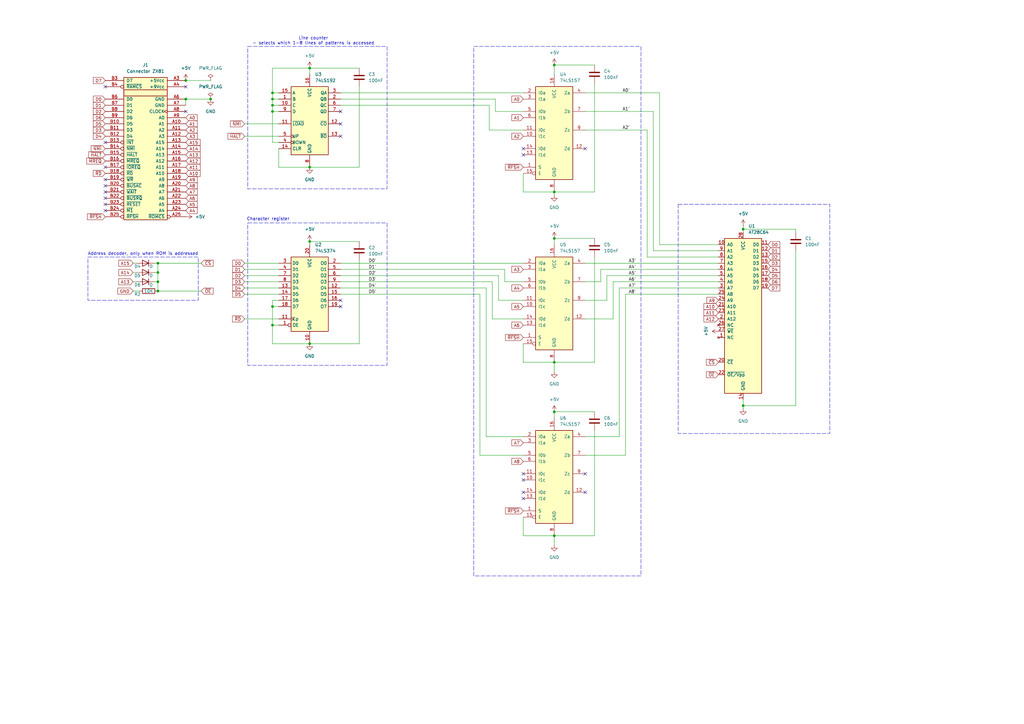
<source format=kicad_sch>
(kicad_sch (version 20231120) (generator "eeschema") (generator_version "8.0")
  (paper "A3")
  (lib_symbols
    (symbol "74xx:74LS157" (pin_names (offset 1.016))
      (property "Reference" "U" (at -7.62 19.05 0))
      (property "Value" "74LS157" (at -7.62 -21.59 0))
      (symbol "74LS157_1_0"
        (pin input line (at -12.7 -15.24 0) (length 5.08) (name "S") (number "1"))
        (pin input line (at -12.7 -2.54 0) (length 5.08) (name "I1c") (number "10"))
        (pin input line (at -12.7 0 0) (length 5.08) (name "I0c") (number "11"))
        (pin output line (at 12.7 -7.62 180) (length 5.08) (name "Zd") (number "12"))
        (pin input line (at -12.7 -10.16 0) (length 5.08) (name "I1d") (number "13"))
        (pin input line (at -12.7 -7.62 0) (length 5.08) (name "I0d") (number "14"))
        (pin input inverted (at -12.7 -17.78 0) (length 5.08) (name "E") (number "15"))
        (pin power_in line (at 0 22.86 270) (length 5.08) (name "VCC") (number "16"))
        (pin input line (at -12.7 15.24 0) (length 5.08) (name "I0a") (number "2"))
        (pin input line (at -12.7 12.7 0) (length 5.08) (name "I1a") (number "3"))
        (pin output line (at 12.7 15.24 180) (length 5.08) (name "Za") (number "4"))
        (pin input line (at -12.7 7.62 0) (length 5.08) (name "I0b") (number "5"))
        (pin input line (at -12.7 5.08 0) (length 5.08) (name "I1b") (number "6"))
        (pin output line (at 12.7 7.62 180) (length 5.08) (name "Zb") (number "7"))
        (pin power_in line (at 0 -25.4 90) (length 5.08) (name "GND") (number "8"))
        (pin output line (at 12.7 0 180) (length 5.08) (name "Zc") (number "9"))
      )
      (symbol "74LS157_1_1"
        (rectangle (start -7.62 17.78) (end 7.62 -20.32) (stroke (width 0.254)) (fill (type background)))
      )
    )
    (symbol "74xx:74LS192"
      (property "Reference" "U" (at -7.62 13.97 0))
      (property "Value" "74LS192" (at 5.08 13.97 0))
      (symbol "74LS192_1_0"
        (pin input line (at -12.7 7.62 0) (length 5.08) (name "B") (number "1"))
        (pin input line (at -12.7 5.08 0) (length 5.08) (name "C") (number "10"))
        (pin input line (at -12.7 -2.54 0) (length 5.08) (name "~{LOAD}") (number "11"))
        (pin output line (at 12.7 -2.54 180) (length 5.08) (name "~{CO}") (number "12"))
        (pin output line (at 12.7 -7.62 180) (length 5.08) (name "~{BO}") (number "13"))
        (pin input line (at -12.7 -12.7 0) (length 5.08) (name "CLR") (number "14"))
        (pin input line (at -12.7 10.16 0) (length 5.08) (name "A") (number "15"))
        (pin power_in line (at 0 17.78 270) (length 5.08) (name "VCC") (number "16"))
        (pin output line (at 12.7 7.62 180) (length 5.08) (name "QB") (number "2"))
        (pin output line (at 12.7 10.16 180) (length 5.08) (name "QA") (number "3"))
        (pin input clock (at -12.7 -10.16 0) (length 5.08) (name "DOWN") (number "4"))
        (pin input clock (at -12.7 -7.62 0) (length 5.08) (name "UP") (number "5"))
        (pin output line (at 12.7 5.08 180) (length 5.08) (name "QC") (number "6"))
        (pin output line (at 12.7 2.54 180) (length 5.08) (name "QD") (number "7"))
        (pin power_in line (at 0 -20.32 90) (length 5.08) (name "GND") (number "8"))
        (pin input line (at -12.7 2.54 0) (length 5.08) (name "D") (number "9"))
      )
      (symbol "74LS192_1_1"
        (rectangle (start -7.62 12.7) (end 7.62 -15.24) (stroke (width 0.254)) (fill (type background)))
      )
    )
    (symbol "74xx:74LS374"
      (property "Reference" "U" (at -7.62 16.51 0))
      (property "Value" "74LS374" (at -7.62 -16.51 0))
      (symbol "74LS374_1_0"
        (pin input inverted (at -12.7 -12.7 0) (length 5.08) (name "OE") (number "1"))
        (pin power_in line (at 0 -20.32 90) (length 5.08) (name "GND") (number "10"))
        (pin input clock (at -12.7 -10.16 0) (length 5.08) (name "Cp") (number "11"))
        (pin tri_state line (at 12.7 2.54 180) (length 5.08) (name "O4") (number "12"))
        (pin input line (at -12.7 2.54 0) (length 5.08) (name "D4") (number "13"))
        (pin input line (at -12.7 0 0) (length 5.08) (name "D5") (number "14"))
        (pin tri_state line (at 12.7 0 180) (length 5.08) (name "O5") (number "15"))
        (pin tri_state line (at 12.7 -2.54 180) (length 5.08) (name "O6") (number "16"))
        (pin input line (at -12.7 -2.54 0) (length 5.08) (name "D6") (number "17"))
        (pin input line (at -12.7 -5.08 0) (length 5.08) (name "D7") (number "18"))
        (pin tri_state line (at 12.7 -5.08 180) (length 5.08) (name "O7") (number "19"))
        (pin tri_state line (at 12.7 12.7 180) (length 5.08) (name "O0") (number "2"))
        (pin power_in line (at 0 20.32 270) (length 5.08) (name "VCC") (number "20"))
        (pin input line (at -12.7 12.7 0) (length 5.08) (name "D0") (number "3"))
        (pin input line (at -12.7 10.16 0) (length 5.08) (name "D1") (number "4"))
        (pin tri_state line (at 12.7 10.16 180) (length 5.08) (name "O1") (number "5"))
        (pin tri_state line (at 12.7 7.62 180) (length 5.08) (name "O2") (number "6"))
        (pin input line (at -12.7 7.62 0) (length 5.08) (name "D2") (number "7"))
        (pin input line (at -12.7 5.08 0) (length 5.08) (name "D3") (number "8"))
        (pin tri_state line (at 12.7 5.08 180) (length 5.08) (name "O3") (number "9"))
      )
      (symbol "74LS374_1_1"
        (rectangle (start -7.62 15.24) (end 7.62 -15.24) (stroke (width 0.254)) (fill (type background)))
      )
    )
    (symbol "Device:C" (pin_numbers hide) (pin_names (offset 0.254))
      (property "Reference" "C" (at 0.635 2.54 0))
      (property "Value" "C" (at 0.635 -2.54 0))
      (symbol "C_0_1"
        (polyline (pts (xy -2.032 -0.762) (xy 2.032 -0.762)) (stroke (width 0.508)))
        (polyline (pts (xy -2.032 0.762) (xy 2.032 0.762)) (stroke (width 0.508)))
      )
      (symbol "C_1_1"
        (pin passive line (at 0 3.81 270) (length 2.794) (name "~") (number "1"))
        (pin passive line (at 0 -3.81 90) (length 2.794) (name "~") (number "2"))
      )
    )
    (symbol "Device:D" (pin_numbers hide) (pin_names (offset 1.016) hide)
      (property "Reference" "D" (at 0 2.54 0))
      (property "Value" "D" (at 0 -2.54 0))
      (symbol "D_0_1"
        (polyline (pts (xy -1.27 1.27) (xy -1.27 -1.27)) (stroke (width 0.254)))
        (polyline (pts (xy 1.27 0) (xy -1.27 0)))
        (polyline (pts (xy 1.27 1.27) (xy 1.27 -1.27) (xy -1.27 0) (xy 1.27 1.27)) (stroke (width 0.254)))
      )
      (symbol "D_1_1"
        (pin passive line (at -3.81 0 0) (length 2.54) (name "K") (number "1"))
        (pin passive line (at 3.81 0 180) (length 2.54) (name "A") (number "2"))
      )
    )
    (symbol "Device:R" (pin_numbers hide) (pin_names (offset 0))
      (property "Reference" "R" (at 2.032 0 90))
      (property "Value" "R" (at 0 0 90))
      (symbol "R_0_1"
        (rectangle (start -1.016 -2.54) (end 1.016 2.54) (stroke (width 0.254)))
      )
      (symbol "R_1_1"
        (pin passive line (at 0 3.81 270) (length 1.27) (name "~") (number "1"))
        (pin passive line (at 0 -3.81 90) (length 1.27) (name "~") (number "2"))
      )
    )
    (symbol "ZXINFO_SYMBOL:AT28C64" (pin_names (offset 1.016))
      (property "Reference" "U" (at 6.35 33.02 0))
      (property "Value" "AT28C64" (at 5.08 -33.02 0))
      (symbol "AT28C64_1_1"
        (rectangle (start -7.62 31.75) (end 7.62 -31.75) (stroke (width 0.254)) (fill (type background)))
        (pin no_connect line (at -10.16 -8.89 0) (length 2.54) (name "NC") (number "1"))
        (pin input line (at -10.16 29.21 0) (length 2.54) (name "A0") (number "10"))
        (pin tri_state line (at 10.16 29.21 180) (length 2.54) (name "D0") (number "11"))
        (pin tri_state line (at 10.16 26.67 180) (length 2.54) (name "D1") (number "12"))
        (pin tri_state line (at 10.16 24.13 180) (length 2.54) (name "D2") (number "13"))
        (pin power_in line (at 0 -34.29 90) (length 2.54) (name "GND") (number "14"))
        (pin tri_state line (at 10.16 21.59 180) (length 2.54) (name "D3") (number "15"))
        (pin tri_state line (at 10.16 19.05 180) (length 2.54) (name "D4") (number "16"))
        (pin tri_state line (at 10.16 16.51 180) (length 2.54) (name "D5") (number "17"))
        (pin tri_state line (at 10.16 13.97 180) (length 2.54) (name "D6") (number "18"))
        (pin tri_state line (at 10.16 11.43 180) (length 2.54) (name "D7") (number "19"))
        (pin input line (at -10.16 -1.27 0) (length 2.54) (name "A12") (number "2"))
        (pin input line (at -10.16 -19.05 0) (length 2.54) (name "~{CE}") (number "20"))
        (pin input line (at -10.16 3.81 0) (length 2.54) (name "A10") (number "21"))
        (pin input line (at -10.16 -24.13 0) (length 2.54) (name "~{OE/Vpp}") (number "22"))
        (pin input line (at -10.16 1.27 0) (length 2.54) (name "A11") (number "23"))
        (pin input line (at -10.16 6.35 0) (length 2.54) (name "A9") (number "24"))
        (pin input line (at -10.16 8.89 0) (length 2.54) (name "A8") (number "25"))
        (pin no_connect line (at -10.16 -3.81 0) (length 2.54) (name "NC") (number "26"))
        (pin input line (at -10.16 -6.35 0) (length 2.54) (name "~{WE}") (number "27"))
        (pin power_in line (at 0 34.29 270) (length 2.54) (name "VCC") (number "28"))
        (pin input line (at -10.16 11.43 0) (length 2.54) (name "A7") (number "3"))
        (pin input line (at -10.16 13.97 0) (length 2.54) (name "A6") (number "4"))
        (pin input line (at -10.16 16.51 0) (length 2.54) (name "A5") (number "5"))
        (pin input line (at -10.16 19.05 0) (length 2.54) (name "A4") (number "6"))
        (pin input line (at -10.16 21.59 0) (length 2.54) (name "A3") (number "7"))
        (pin input line (at -10.16 24.13 0) (length 2.54) (name "A2") (number "8"))
        (pin input line (at -10.16 26.67 0) (length 2.54) (name "A1") (number "9"))
      )
    )
    (symbol "ZXINFO_SYMBOL:Connector ZX81" (pin_names (offset 1.016))
      (property "Reference" "J" (at 1.27 36.83 0))
      (property "Value" "Connector ZX81" (at 1.27 -29.972 0))
      (symbol "Connector ZX81_1_1"
        (rectangle (start -8.89 25.4) (end 8.89 22.86) (stroke (width 0.254)))
        (rectangle (start -8.89 30.48) (end 8.89 -27.94) (stroke (width 0.254)) (fill (type background)))
        (pin bidirectional line (at 16.51 11.43 180) (length 7.62) (name "A1") (number "A10"))
        (pin bidirectional line (at 16.51 8.89 180) (length 7.62) (name "A2") (number "A11"))
        (pin bidirectional line (at 16.51 6.35 180) (length 7.62) (name "A3") (number "A12"))
        (pin bidirectional line (at 16.51 3.81 180) (length 7.62) (name "A15") (number "A13"))
        (pin bidirectional line (at 16.51 1.27 180) (length 7.62) (name "A14") (number "A14"))
        (pin bidirectional line (at 16.51 -1.27 180) (length 7.62) (name "A13") (number "A15"))
        (pin bidirectional line (at 16.51 -3.81 180) (length 7.62) (name "A12") (number "A16"))
        (pin bidirectional line (at 16.51 -6.35 180) (length 7.62) (name "A11") (number "A17"))
        (pin bidirectional line (at 16.51 -8.89 180) (length 7.62) (name "A10") (number "A18"))
        (pin bidirectional line (at 16.51 -11.43 180) (length 7.62) (name "A9") (number "A19"))
        (pin bidirectional line (at 16.51 -13.97 180) (length 7.62) (name "A8") (number "A20"))
        (pin bidirectional line (at 16.51 -16.51 180) (length 7.62) (name "A7") (number "A21"))
        (pin bidirectional line (at 16.51 -19.05 180) (length 7.62) (name "A6") (number "A22"))
        (pin bidirectional line (at 16.51 -21.59 180) (length 7.62) (name "A5") (number "A23"))
        (pin bidirectional line (at 16.51 -24.13 180) (length 7.62) (name "A4") (number "A24"))
        (pin bidirectional inverted (at 16.51 -26.67 180) (length 7.62) (name "~{ROMCS}") (number "A25"))
        (pin input line (at 16.51 29.21 180) (length 7.62) (name "+5Vcc") (number "A3"))
        (pin bidirectional line (at 16.51 26.67 180) (length 7.62) (name "+9Vcc") (number "A4"))
        (pin input line (at 16.51 21.59 180) (length 7.62) (name "GND") (number "A6"))
        (pin input line (at 16.51 19.05 180) (length 7.62) (name "GND") (number "A7"))
        (pin bidirectional clock (at 16.51 16.51 180) (length 7.62) (name "CLOCK") (number "A8"))
        (pin bidirectional line (at 16.51 13.97 180) (length 7.62) (name "A0") (number "A9"))
        (pin bidirectional line (at -16.51 11.43 0) (length 7.62) (name "D5") (number "B10"))
        (pin bidirectional line (at -16.51 8.89 0) (length 7.62) (name "D3") (number "B11"))
        (pin bidirectional line (at -16.51 6.35 0) (length 7.62) (name "D4") (number "B12"))
        (pin bidirectional inverted (at -16.51 3.81 0) (length 7.62) (name "~{INT}") (number "B13"))
        (pin bidirectional inverted (at -16.51 1.27 0) (length 7.62) (name "~{NMI}") (number "B14"))
        (pin bidirectional inverted (at -16.51 -1.27 0) (length 7.62) (name "~{HALT}") (number "B15"))
        (pin bidirectional inverted (at -16.51 -3.81 0) (length 7.62) (name "~{MREQ}") (number "B16"))
        (pin bidirectional inverted (at -16.51 -6.35 0) (length 7.62) (name "~{IOREQ}") (number "B17"))
        (pin bidirectional inverted (at -16.51 -8.89 0) (length 7.62) (name "~{RD}") (number "B18"))
        (pin bidirectional inverted (at -16.51 -11.43 0) (length 7.62) (name "~{WR}") (number "B19"))
        (pin bidirectional inverted (at -16.51 -13.97 0) (length 7.62) (name "~{BUSAC}") (number "B20"))
        (pin bidirectional inverted (at -16.51 -16.51 0) (length 7.62) (name "~{WAIT}") (number "B21"))
        (pin bidirectional inverted (at -16.51 -19.05 0) (length 7.62) (name "~{BUSRQ}") (number "B22"))
        (pin bidirectional inverted (at -16.51 -21.59 0) (length 7.62) (name "~{RESET}") (number "B23"))
        (pin bidirectional inverted (at -16.51 -24.13 0) (length 7.62) (name "~{M1}") (number "B24"))
        (pin bidirectional inverted (at -16.51 -26.67 0) (length 7.62) (name "~{RFSH}") (number "B25"))
        (pin bidirectional line (at -16.51 29.21 0) (length 7.62) (name "D7") (number "B3"))
        (pin input inverted (at -16.51 26.67 0) (length 7.62) (name "~{RAMCS}") (number "B4"))
        (pin bidirectional line (at -16.51 21.59 0) (length 7.62) (name "D0") (number "B6"))
        (pin bidirectional line (at -16.51 19.05 0) (length 7.62) (name "D1") (number "B7"))
        (pin bidirectional line (at -16.51 16.51 0) (length 7.62) (name "D2") (number "B8"))
        (pin bidirectional line (at -16.51 13.97 0) (length 7.62) (name "D6") (number "B9"))
      )
    )
    (symbol "power:+5V" (power) (pin_numbers hide) (pin_names (offset 0) hide)
      (property "Value" "+5V" (at 0 3.556 0))
      (symbol "+5V_0_1"
        (polyline (pts (xy -0.762 1.27) (xy 0 2.54)))
        (polyline (pts (xy 0 0) (xy 0 2.54)))
        (polyline (pts (xy 0 2.54) (xy 0.762 1.27)))
      )
      (symbol "+5V_1_1"
        (pin power_in line (at 0 0 90) (length 0) (name "~") (number "1"))
      )
    )
    (symbol "power:GND" (power) (pin_numbers hide) (pin_names (offset 0) hide)
      (property "Value" "GND" (at 0 -3.81 0))
      (symbol "GND_0_1"
        (polyline (pts (xy 0 0) (xy 0 -1.27) (xy 1.27 -1.27) (xy 0 -2.54) (xy -1.27 -1.27) (xy 0 -1.27)))
      )
      (symbol "GND_1_1"
        (pin power_in line (at 0 0 270) (length 0) (name "~") (number "1"))
      )
    )
    (symbol "power:PWR_FLAG" (power) (pin_numbers hide) (pin_names (offset 0) hide)
      (property "Value" "PWR_FLAG" (at 0 3.81 0))
      (symbol "PWR_FLAG_0_0"
        (pin power_out line (at 0 0 90) (length 0) (name "~") (number "1"))
      )
      (symbol "PWR_FLAG_0_1"
        (polyline (pts (xy 0 0) (xy 0 1.27) (xy -1.016 1.905) (xy 0 2.54) (xy 1.016 1.905) (xy 0 1.27)))
      )
    )
  )
  (junction (at 111.76 43.18))
  (junction (at 76.2 40.64))
  (junction (at 227.33 78.74))
  (junction (at 111.76 40.64))
  (junction (at 64.77 119.38))
  (junction (at 86.36 40.64))
  (junction (at 227.33 168.91))
  (junction (at 111.76 45.72))
  (junction (at 127 99.06))
  (junction (at 227.33 148.59))
  (junction (at 111.76 125.73))
  (junction (at 227.33 26.67))
  (junction (at 76.2 33.02))
  (junction (at 227.33 219.71))
  (junction (at 64.77 111.76))
  (junction (at 127 27.94))
  (junction (at 227.33 97.79))
  (junction (at 64.77 107.95))
  (junction (at 304.8 166.37))
  (junction (at 127 140.97))
  (junction (at 111.76 38.1))
  (junction (at 304.8 93.98))
  (junction (at 64.77 115.57))
  (junction (at 111.76 133.35))
  (junction (at 127 68.58))
  (no_connect (at 139.7 123.19))
  (no_connect (at 43.18 86.36))
  (no_connect (at 43.18 73.66))
  (no_connect (at 139.7 50.8))
  (no_connect (at 43.18 35.56))
  (no_connect (at 43.18 81.28))
  (no_connect (at 76.2 45.72))
  (no_connect (at 214.63 60.96))
  (no_connect (at 240.03 60.96))
  (no_connect (at 43.18 68.58))
  (no_connect (at 43.18 78.74))
  (no_connect (at 240.03 201.93))
  (no_connect (at 139.7 125.73))
  (no_connect (at 214.63 63.5))
  (no_connect (at 43.18 58.42))
  (no_connect (at 214.63 194.31))
  (no_connect (at 139.7 55.88))
  (no_connect (at 214.63 196.85))
  (no_connect (at 43.18 76.2))
  (no_connect (at 43.18 83.82))
  (no_connect (at 139.7 45.72))
  (no_connect (at 214.63 201.93))
  (no_connect (at 214.63 204.47))
  (no_connect (at 76.2 35.56))
  (no_connect (at 240.03 194.31))
  (wire (pts (xy 111.76 133.35) (xy 114.3 133.35)))
  (wire (pts (xy 240.03 115.57) (xy 246.38 115.57)))
  (wire (pts (xy 240.03 123.19) (xy 248.92 123.19)))
  (wire (pts (xy 111.76 45.72) (xy 114.3 45.72)))
  (wire (pts (xy 251.46 115.57) (xy 251.46 130.81)))
  (wire (pts (xy 227.33 97.79) (xy 227.33 100.33)))
  (wire (pts (xy 111.76 40.64) (xy 114.3 40.64)))
  (wire (pts (xy 111.76 125.73) (xy 114.3 125.73)))
  (wire (pts (xy 64.77 107.95) (xy 82.55 107.95)))
  (wire (pts (xy 111.76 125.73) (xy 111.76 133.35)))
  (wire (pts (xy 55.88 107.95) (xy 54.61 107.95)))
  (wire (pts (xy 111.76 45.72) (xy 111.76 43.18)))
  (wire (pts (xy 100.33 118.11) (xy 114.3 118.11)))
  (wire (pts (xy 240.03 38.1) (xy 270.51 38.1)))
  (wire (pts (xy 55.88 111.76) (xy 54.61 111.76)))
  (wire (pts (xy 201.93 130.81) (xy 214.63 130.81)))
  (wire (pts (xy 294.64 120.65) (xy 256.54 120.65)))
  (wire (pts (xy 240.03 179.07) (xy 254 179.07)))
  (wire (pts (xy 127 99.06) (xy 127 100.33)))
  (wire (pts (xy 246.38 110.49) (xy 294.64 110.49)))
  (wire (pts (xy 214.63 212.09) (xy 214.63 219.71)))
  (wire (pts (xy 54.61 119.38) (xy 57.15 119.38)))
  (wire (pts (xy 147.32 106.68) (xy 147.32 140.97)))
  (wire (pts (xy 200.66 43.18) (xy 139.7 43.18)))
  (wire (pts (xy 127 140.97) (xy 111.76 140.97)))
  (wire (pts (xy 111.76 45.72) (xy 111.76 58.42)))
  (wire (pts (xy 243.84 105.41) (xy 243.84 148.59)))
  (wire (pts (xy 304.8 92.71) (xy 304.8 93.98)))
  (wire (pts (xy 240.03 53.34) (xy 265.43 53.34)))
  (wire (pts (xy 270.51 100.33) (xy 294.64 100.33)))
  (wire (pts (xy 76.2 33.02) (xy 86.36 33.02)))
  (wire (pts (xy 207.01 115.57) (xy 214.63 115.57)))
  (wire (pts (xy 111.76 123.19) (xy 114.3 123.19)))
  (wire (pts (xy 214.63 219.71) (xy 227.33 219.71)))
  (wire (pts (xy 227.33 148.59) (xy 227.33 152.4)))
  (wire (pts (xy 139.7 110.49) (xy 207.01 110.49)))
  (wire (pts (xy 76.2 40.64) (xy 86.36 40.64)))
  (wire (pts (xy 248.92 113.03) (xy 248.92 123.19)))
  (wire (pts (xy 114.3 60.96) (xy 114.3 68.58)))
  (wire (pts (xy 227.33 78.74) (xy 243.84 78.74)))
  (wire (pts (xy 270.51 38.1) (xy 270.51 100.33)))
  (wire (pts (xy 227.33 148.59) (xy 243.84 148.59)))
  (wire (pts (xy 147.32 140.97) (xy 127 140.97)))
  (wire (pts (xy 100.33 113.03) (xy 114.3 113.03)))
  (wire (pts (xy 196.85 120.65) (xy 196.85 186.69)))
  (wire (pts (xy 201.93 115.57) (xy 201.93 130.81)))
  (wire (pts (xy 256.54 120.65) (xy 256.54 186.69)))
  (wire (pts (xy 64.77 107.95) (xy 63.5 107.95)))
  (wire (pts (xy 265.43 105.41) (xy 294.64 105.41)))
  (wire (pts (xy 111.76 38.1) (xy 111.76 27.94)))
  (wire (pts (xy 111.76 43.18) (xy 114.3 43.18)))
  (wire (pts (xy 240.03 107.95) (xy 294.64 107.95)))
  (wire (pts (xy 203.2 45.72) (xy 214.63 45.72)))
  (wire (pts (xy 100.33 107.95) (xy 114.3 107.95)))
  (wire (pts (xy 114.3 68.58) (xy 127 68.58)))
  (wire (pts (xy 76.2 40.64) (xy 76.2 43.18)))
  (wire (pts (xy 55.88 115.57) (xy 54.61 115.57)))
  (wire (pts (xy 267.97 102.87) (xy 294.64 102.87)))
  (wire (pts (xy 100.33 115.57) (xy 114.3 115.57)))
  (wire (pts (xy 127 27.94) (xy 127 30.48)))
  (wire (pts (xy 204.47 123.19) (xy 214.63 123.19)))
  (wire (pts (xy 111.76 38.1) (xy 114.3 38.1)))
  (wire (pts (xy 214.63 140.97) (xy 214.63 148.59)))
  (wire (pts (xy 100.33 55.88) (xy 114.3 55.88)))
  (wire (pts (xy 214.63 71.12) (xy 214.63 78.74)))
  (wire (pts (xy 326.39 93.98) (xy 326.39 95.25)))
  (wire (pts (xy 246.38 110.49) (xy 246.38 115.57)))
  (wire (pts (xy 240.03 45.72) (xy 267.97 45.72)))
  (wire (pts (xy 100.33 130.81) (xy 114.3 130.81)))
  (wire (pts (xy 207.01 110.49) (xy 207.01 115.57)))
  (wire (pts (xy 326.39 166.37) (xy 304.8 166.37)))
  (wire (pts (xy 111.76 133.35) (xy 111.76 140.97)))
  (wire (pts (xy 139.7 40.64) (xy 203.2 40.64)))
  (wire (pts (xy 147.32 35.56) (xy 147.32 68.58)))
  (wire (pts (xy 243.84 34.29) (xy 243.84 78.74)))
  (wire (pts (xy 227.33 219.71) (xy 227.33 223.52)))
  (wire (pts (xy 64.77 115.57) (xy 63.5 115.57)))
  (wire (pts (xy 139.7 115.57) (xy 201.93 115.57)))
  (wire (pts (xy 199.39 118.11) (xy 199.39 179.07)))
  (wire (pts (xy 139.7 107.95) (xy 214.63 107.95)))
  (wire (pts (xy 199.39 179.07) (xy 214.63 179.07)))
  (wire (pts (xy 127 68.58) (xy 147.32 68.58)))
  (wire (pts (xy 127 27.94) (xy 147.32 27.94)))
  (wire (pts (xy 267.97 45.72) (xy 267.97 102.87)))
  (wire (pts (xy 203.2 40.64) (xy 203.2 45.72)))
  (wire (pts (xy 227.33 168.91) (xy 243.84 168.91)))
  (wire (pts (xy 265.43 53.34) (xy 265.43 105.41)))
  (wire (pts (xy 100.33 120.65) (xy 114.3 120.65)))
  (wire (pts (xy 100.33 50.8) (xy 114.3 50.8)))
  (wire (pts (xy 214.63 78.74) (xy 227.33 78.74)))
  (wire (pts (xy 200.66 43.18) (xy 200.66 53.34)))
  (wire (pts (xy 139.7 113.03) (xy 204.47 113.03)))
  (wire (pts (xy 100.33 110.49) (xy 114.3 110.49)))
  (wire (pts (xy 139.7 120.65) (xy 196.85 120.65)))
  (wire (pts (xy 326.39 102.87) (xy 326.39 166.37)))
  (wire (pts (xy 64.77 111.76) (xy 64.77 115.57)))
  (wire (pts (xy 240.03 186.69) (xy 256.54 186.69)))
  (wire (pts (xy 111.76 40.64) (xy 111.76 38.1)))
  (wire (pts (xy 240.03 130.81) (xy 251.46 130.81)))
  (wire (pts (xy 200.66 53.34) (xy 214.63 53.34)))
  (wire (pts (xy 251.46 115.57) (xy 294.64 115.57)))
  (wire (pts (xy 64.77 107.95) (xy 64.77 111.76)))
  (wire (pts (xy 64.77 111.76) (xy 63.5 111.76)))
  (wire (pts (xy 127 99.06) (xy 147.32 99.06)))
  (wire (pts (xy 227.33 26.67) (xy 243.84 26.67)))
  (wire (pts (xy 227.33 219.71) (xy 243.84 219.71)))
  (wire (pts (xy 64.77 119.38) (xy 82.55 119.38)))
  (wire (pts (xy 304.8 93.98) (xy 304.8 95.25)))
  (wire (pts (xy 254 118.11) (xy 254 179.07)))
  (wire (pts (xy 64.77 115.57) (xy 64.77 119.38)))
  (wire (pts (xy 248.92 113.03) (xy 294.64 113.03)))
  (wire (pts (xy 139.7 118.11) (xy 199.39 118.11)))
  (wire (pts (xy 227.33 97.79) (xy 243.84 97.79)))
  (wire (pts (xy 227.33 168.91) (xy 227.33 171.45)))
  (wire (pts (xy 294.64 118.11) (xy 254 118.11)))
  (wire (pts (xy 196.85 186.69) (xy 214.63 186.69)))
  (wire (pts (xy 227.33 80.01) (xy 227.33 78.74)))
  (wire (pts (xy 114.3 58.42) (xy 111.76 58.42)))
  (wire (pts (xy 227.33 26.67) (xy 227.33 30.48)))
  (wire (pts (xy 111.76 43.18) (xy 111.76 40.64)))
  (wire (pts (xy 243.84 176.53) (xy 243.84 219.71)))
  (wire (pts (xy 304.8 93.98) (xy 326.39 93.98)))
  (wire (pts (xy 304.8 167.64) (xy 304.8 166.37)))
  (wire (pts (xy 111.76 123.19) (xy 111.76 125.73)))
  (wire (pts (xy 304.8 163.83) (xy 304.8 166.37)))
  (wire (pts (xy 204.47 113.03) (xy 204.47 123.19)))
  (wire (pts (xy 214.63 148.59) (xy 227.33 148.59)))
  (wire (pts (xy 111.76 27.94) (xy 127 27.94)))
  (wire (pts (xy 139.7 38.1) (xy 214.63 38.1)))
  (rectangle (start 36.068 105.41) (end 81.28 123.19) (stroke (width 0) (type dash)))
  (rectangle (start 278.13 83.82) (end 340.36 177.8) (stroke (width 0) (type dash)))
  (rectangle (start 194.31 19.05) (end 262.89 236.22) (stroke (width 0) (type dash)))
  (rectangle (start 101.6 19.05) (end 158.75 77.47) (stroke (width 0) (type dash)))
  (rectangle (start 101.6 91.44) (end 158.75 149.86) (stroke (width 0) (type dash)))
  (text "Line counter\n- selects which 1-8 lines of patterns is accessed" (at 128.524 16.764 0) (effects (font (size 1.27 1.27))))
  (text "Address decoder, only when ROM is addressed" (at 58.674 104.14 0) (effects (font (size 1.27 1.27))))
  (text "Character register" (at 109.982 89.916 0) (effects (font (size 1.27 1.27))))
  (label "A1'" (at 255.27 45.72 0))
  (label "A4'" (at 257.81 110.49 0))
  (label "A2'" (at 255.27 53.34 0))
  (label "D3'" (at 151.13 115.57 0))
  (label "D1'" (at 151.13 110.49 0))
  (label "A5'" (at 257.81 113.03 0))
  (label "A0'" (at 255.27 38.1 0))
  (label "A3'" (at 257.81 107.95 0))
  (label "D2'" (at 151.13 113.03 0))
  (label "A6'" (at 257.81 115.57 0))
  (label "A7'" (at 257.81 118.11 0))
  (label "D0'" (at 151.13 107.95 0))
  (label "A8'" (at 257.81 120.65 0))
  (label "D5'" (at 151.13 120.65 0))
  (label "D4'" (at 151.13 118.11 0))
  (global_label "A15" (shape input) (at 76.2 58.42 0) (property "Intersheetrefs" "${INTERSHEET_REFS}" (effects (hide yes))))
  (global_label "A5" (shape input) (at 214.63 125.73 180) (property "Intersheetrefs" "${INTERSHEET_REFS}" (effects (hide yes))))
  (global_label "A0" (shape input) (at 214.63 40.64 180) (property "Intersheetrefs" "${INTERSHEET_REFS}" (effects (hide yes))))
  (global_label "A0" (shape input) (at 76.2 48.26 0) (property "Intersheetrefs" "${INTERSHEET_REFS}" (effects (hide yes))))
  (global_label "A7" (shape input) (at 76.2 78.74 0) (property "Intersheetrefs" "${INTERSHEET_REFS}" (effects (hide yes))))
  (global_label "D3" (shape input) (at 314.96 107.95 0) (property "Intersheetrefs" "${INTERSHEET_REFS}" (effects (hide yes))))
  (global_label "~{NMI}" (shape input) (at 43.18 60.96 180) (property "Intersheetrefs" "${INTERSHEET_REFS}" (effects (hide yes))))
  (global_label "A10" (shape input) (at 294.64 125.73 180) (property "Intersheetrefs" "${INTERSHEET_REFS}" (effects (hide yes))))
  (global_label "D6" (shape input) (at 43.18 48.26 180) (property "Intersheetrefs" "${INTERSHEET_REFS}" (effects (hide yes))))
  (global_label "A2" (shape input) (at 214.63 55.88 180) (property "Intersheetrefs" "${INTERSHEET_REFS}" (effects (hide yes))))
  (global_label "A14" (shape input) (at 76.2 60.96 0) (property "Intersheetrefs" "${INTERSHEET_REFS}" (effects (hide yes))))
  (global_label "A4" (shape input) (at 76.2 86.36 0) (property "Intersheetrefs" "${INTERSHEET_REFS}" (effects (hide yes))))
  (global_label "~{RFSH}" (shape input) (at 214.63 209.55 180) (property "Intersheetrefs" "${INTERSHEET_REFS}" (effects (hide yes))))
  (global_label "~{HALT}" (shape input) (at 43.18 63.5 180) (property "Intersheetrefs" "${INTERSHEET_REFS}" (effects (hide yes))))
  (global_label "D0" (shape input) (at 100.33 107.95 180) (property "Intersheetrefs" "${INTERSHEET_REFS}" (effects (hide yes))))
  (global_label "D7" (shape input) (at 43.18 33.02 180) (property "Intersheetrefs" "${INTERSHEET_REFS}" (effects (hide yes))))
  (global_label "D1" (shape input) (at 100.33 110.49 180) (property "Intersheetrefs" "${INTERSHEET_REFS}" (effects (hide yes))))
  (global_label "A11" (shape input) (at 76.2 68.58 0) (property "Intersheetrefs" "${INTERSHEET_REFS}" (effects (hide yes))))
  (global_label "A12" (shape input) (at 76.2 66.04 0) (property "Intersheetrefs" "${INTERSHEET_REFS}" (effects (hide yes))))
  (global_label "~{MREQ}" (shape input) (at 43.18 66.04 180) (property "Intersheetrefs" "${INTERSHEET_REFS}" (effects (hide yes))))
  (global_label "D5" (shape input) (at 314.96 113.03 0) (property "Intersheetrefs" "${INTERSHEET_REFS}" (effects (hide yes))))
  (global_label "A5" (shape input) (at 76.2 83.82 0) (property "Intersheetrefs" "${INTERSHEET_REFS}" (effects (hide yes))))
  (global_label "D0" (shape input) (at 43.18 40.64 180) (property "Intersheetrefs" "${INTERSHEET_REFS}" (effects (hide yes))))
  (global_label "A1" (shape input) (at 76.2 50.8 0) (property "Intersheetrefs" "${INTERSHEET_REFS}" (effects (hide yes))))
  (global_label "~{RD}" (shape input) (at 43.18 71.12 180) (property "Intersheetrefs" "${INTERSHEET_REFS}" (effects (hide yes))))
  (global_label "A12" (shape input) (at 294.64 130.81 180) (property "Intersheetrefs" "${INTERSHEET_REFS}" (effects (hide yes))))
  (global_label "D1" (shape input) (at 43.18 43.18 180) (property "Intersheetrefs" "${INTERSHEET_REFS}" (effects (hide yes))))
  (global_label "A6" (shape input) (at 214.63 133.35 180) (property "Intersheetrefs" "${INTERSHEET_REFS}" (effects (hide yes))))
  (global_label "D5" (shape input) (at 43.18 50.8 180) (property "Intersheetrefs" "${INTERSHEET_REFS}" (effects (hide yes))))
  (global_label "D3" (shape input) (at 43.18 53.34 180) (property "Intersheetrefs" "${INTERSHEET_REFS}" (effects (hide yes))))
  (global_label "A4" (shape input) (at 214.63 118.11 180) (property "Intersheetrefs" "${INTERSHEET_REFS}" (effects (hide yes))))
  (global_label "A9" (shape input) (at 76.2 73.66 0) (property "Intersheetrefs" "${INTERSHEET_REFS}" (effects (hide yes))))
  (global_label "~{RFSH}" (shape input) (at 43.18 88.9 180) (property "Intersheetrefs" "${INTERSHEET_REFS}" (effects (hide yes))))
  (global_label "~{CS}" (shape input) (at 82.55 107.95 0) (property "Intersheetrefs" "${INTERSHEET_REFS}" (effects (hide yes))))
  (global_label "D7" (shape input) (at 314.96 118.11 0) (property "Intersheetrefs" "${INTERSHEET_REFS}" (effects (hide yes))))
  (global_label "A6" (shape input) (at 76.2 81.28 0) (property "Intersheetrefs" "${INTERSHEET_REFS}" (effects (hide yes))))
  (global_label "~{RFSH}" (shape input) (at 214.63 68.58 180) (property "Intersheetrefs" "${INTERSHEET_REFS}" (effects (hide yes))))
  (global_label "D2" (shape input) (at 314.96 105.41 0) (property "Intersheetrefs" "${INTERSHEET_REFS}" (effects (hide yes))))
  (global_label "A15" (shape input) (at 54.61 107.95 180) (property "Intersheetrefs" "${INTERSHEET_REFS}" (effects (hide yes))))
  (global_label "A9" (shape input) (at 294.64 123.19 180) (property "Intersheetrefs" "${INTERSHEET_REFS}" (effects (hide yes))))
  (global_label "~{RFSH}" (shape input) (at 214.63 138.43 180) (property "Intersheetrefs" "${INTERSHEET_REFS}" (effects (hide yes))))
  (global_label "A13" (shape input) (at 76.2 63.5 0) (property "Intersheetrefs" "${INTERSHEET_REFS}" (effects (hide yes))))
  (global_label "D2" (shape input) (at 43.18 45.72 180) (property "Intersheetrefs" "${INTERSHEET_REFS}" (effects (hide yes))))
  (global_label "A13" (shape input) (at 54.61 115.57 180) (property "Intersheetrefs" "${INTERSHEET_REFS}" (effects (hide yes))))
  (global_label "D6" (shape input) (at 314.96 115.57 0) (property "Intersheetrefs" "${INTERSHEET_REFS}" (effects (hide yes))))
  (global_label "A11" (shape input) (at 294.64 128.27 180) (property "Intersheetrefs" "${INTERSHEET_REFS}" (effects (hide yes))))
  (global_label "~{OE}" (shape input) (at 294.64 153.67 180) (property "Intersheetrefs" "${INTERSHEET_REFS}" (effects (hide yes))))
  (global_label "GND" (shape input) (at 54.61 119.38 180) (property "Intersheetrefs" "${INTERSHEET_REFS}" (effects (hide yes))))
  (global_label "A3" (shape input) (at 214.63 110.49 180) (property "Intersheetrefs" "${INTERSHEET_REFS}" (effects (hide yes))))
  (global_label "~{HALT}" (shape input) (at 100.33 55.88 180) (property "Intersheetrefs" "${INTERSHEET_REFS}" (effects (hide yes))))
  (global_label "~{OE}" (shape input) (at 82.55 119.38 0) (property "Intersheetrefs" "${INTERSHEET_REFS}" (effects (hide yes))))
  (global_label "D4" (shape input) (at 100.33 118.11 180) (property "Intersheetrefs" "${INTERSHEET_REFS}" (effects (hide yes))))
  (global_label "A2" (shape input) (at 76.2 53.34 0) (property "Intersheetrefs" "${INTERSHEET_REFS}" (effects (hide yes))))
  (global_label "A14" (shape input) (at 54.61 111.76 180) (property "Intersheetrefs" "${INTERSHEET_REFS}" (effects (hide yes))))
  (global_label "D2" (shape input) (at 100.33 113.03 180) (property "Intersheetrefs" "${INTERSHEET_REFS}" (effects (hide yes))))
  (global_label "D4" (shape input) (at 43.18 55.88 180) (property "Intersheetrefs" "${INTERSHEET_REFS}" (effects (hide yes))))
  (global_label "~{NMI}" (shape input) (at 100.33 50.8 180) (property "Intersheetrefs" "${INTERSHEET_REFS}" (effects (hide yes))))
  (global_label "A10" (shape input) (at 76.2 71.12 0) (property "Intersheetrefs" "${INTERSHEET_REFS}" (effects (hide yes))))
  (global_label "D3" (shape input) (at 100.33 115.57 180) (property "Intersheetrefs" "${INTERSHEET_REFS}" (effects (hide yes))))
  (global_label "A8" (shape input) (at 76.2 76.2 0) (property "Intersheetrefs" "${INTERSHEET_REFS}" (effects (hide yes))))
  (global_label "D0" (shape input) (at 314.96 100.33 0) (property "Intersheetrefs" "${INTERSHEET_REFS}" (effects (hide yes))))
  (global_label "D1" (shape input) (at 314.96 102.87 0) (property "Intersheetrefs" "${INTERSHEET_REFS}" (effects (hide yes))))
  (global_label "A1" (shape input) (at 214.63 48.26 180) (property "Intersheetrefs" "${INTERSHEET_REFS}" (effects (hide yes))))
  (global_label "~{RD}" (shape input) (at 100.33 130.81 180) (property "Intersheetrefs" "${INTERSHEET_REFS}" (effects (hide yes))))
  (global_label "D5" (shape input) (at 100.33 120.65 180) (property "Intersheetrefs" "${INTERSHEET_REFS}" (effects (hide yes))))
  (global_label "D4" (shape input) (at 314.96 110.49 0) (property "Intersheetrefs" "${INTERSHEET_REFS}" (effects (hide yes))))
  (global_label "A7" (shape input) (at 214.63 181.61 180) (property "Intersheetrefs" "${INTERSHEET_REFS}" (effects (hide yes))))
  (global_label "~{CS}" (shape input) (at 294.64 148.59 180) (property "Intersheetrefs" "${INTERSHEET_REFS}" (effects (hide yes))))
  (global_label "A8" (shape input) (at 214.63 189.23 180) (property "Intersheetrefs" "${INTERSHEET_REFS}" (effects (hide yes))))
  (global_label "A3" (shape input) (at 76.2 55.88 0) (property "Intersheetrefs" "${INTERSHEET_REFS}" (effects (hide yes))))
  (symbol (lib_id "power:GND") (at 227.33 80.01 0) (unit 1)
    (property "Reference" "#PWR010" (effects (hide yes)))
    (property "Value" "GND" (at 227.33 85.09 0))
    (property "Description" "Power symbol creates a global label with name \"GND\" , ground" (effects (hide yes)))
  )
  (symbol (lib_id "74xx:74LS374") (at 127 120.65 0) (unit 1)
    (property "Reference" "U2" (at 129.1941 100.33 0) (effects (justify left)))
    (property "Value" "74LS374" (at 129.1941 102.87 0) (effects (justify left)))
    (property "Footprint" "Package_DIP:DIP-20_W7.62mm" (effects (hide yes)))
    (property "Datasheet" "http://www.ti.com/lit/gpn/sn74LS374" (effects (hide yes)))
    (property "Description" "8-bit Register, 3-state outputs" (effects (hide yes)))
  )
  (symbol (lib_id "74xx:74LS157") (at 227.33 123.19 0) (unit 1)
    (property "Reference" "U5" (at 229.5241 100.33 0) (effects (justify left)))
    (property "Value" "74LS157" (at 229.5241 102.87 0) (effects (justify left)))
    (property "Footprint" "Package_DIP:DIP-16_W7.62mm" (effects (hide yes)))
    (property "Datasheet" "http://www.ti.com/lit/gpn/sn74LS157" (effects (hide yes)))
    (property "Description" "Quad 2 to 1 line Multiplexer" (effects (hide yes)))
  )
  (symbol (lib_id "power:+5V") (at 227.33 97.79 0) (unit 1)
    (property "Reference" "#PWR011" (effects (hide yes)))
    (property "Value" "+5V" (at 227.33 92.71 0))
    (property "Description" "Power symbol creates a global label with name \"+5V\"" (effects (hide yes)))
  )
  (symbol (lib_id "74xx:74LS157") (at 227.33 194.31 0) (unit 1)
    (property "Reference" "U6" (at 229.5241 171.45 0) (effects (justify left)))
    (property "Value" "74LS157" (at 229.5241 173.99 0) (effects (justify left)))
    (property "Footprint" "Package_DIP:DIP-16_W7.62mm" (effects (hide yes)))
    (property "Datasheet" "http://www.ti.com/lit/gpn/sn74LS157" (effects (hide yes)))
    (property "Description" "Quad 2 to 1 line Multiplexer" (effects (hide yes)))
  )
  (symbol (lib_id "Device:C") (at 147.32 31.75 0) (unit 1)
    (property "Reference" "C3" (at 151.13 30.4799 0) (effects (justify left)))
    (property "Value" "100nF" (at 151.13 33.0199 0) (effects (justify left)))
    (property "Footprint" "Capacitor_THT:C_Disc_D3.0mm_W1.6mm_P2.50mm" (effects (hide yes)))
    (property "Description" "Unpolarized capacitor" (effects (hide yes)))
  )
  (symbol (lib_id "power:GND") (at 227.33 152.4 0) (unit 1)
    (property "Reference" "#PWR013" (effects (hide yes)))
    (property "Value" "GND" (at 227.33 157.48 0))
    (property "Description" "Power symbol creates a global label with name \"GND\" , ground" (effects (hide yes)))
  )
  (symbol (lib_id "power:+5V") (at 304.8 92.71 0) (unit 1)
    (property "Reference" "#PWR01" (effects (hide yes)))
    (property "Value" "+5V" (at 304.8 87.63 0))
    (property "Description" "Power symbol creates a global label with name \"+5V\"" (effects (hide yes)))
  )
  (symbol (lib_id "Device:C") (at 243.84 30.48 0) (unit 1)
    (property "Reference" "C4" (at 247.65 29.2099 0) (effects (justify left)))
    (property "Value" "100nF" (at 247.65 31.7499 0) (effects (justify left)))
    (property "Footprint" "Capacitor_THT:C_Disc_D3.0mm_W1.6mm_P2.50mm" (effects (hide yes)))
    (property "Description" "Unpolarized capacitor" (effects (hide yes)))
  )
  (symbol (lib_id "power:GND") (at 304.8 167.64 0) (unit 1)
    (property "Reference" "#PWR02" (effects (hide yes)))
    (property "Value" "GND" (at 304.8 172.72 0))
    (property "Description" "Power symbol creates a global label with name \"GND\" , ground" (effects (hide yes)))
  )
  (symbol (lib_id "power:+5V") (at 227.33 168.91 0) (unit 1)
    (property "Reference" "#PWR014" (effects (hide yes)))
    (property "Value" "+5V" (at 227.33 163.83 0))
    (property "Description" "Power symbol creates a global label with name \"+5V\"" (effects (hide yes)))
  )
  (symbol (lib_id "Device:C") (at 243.84 101.6 0) (unit 1)
    (property "Reference" "C5" (at 247.65 100.3299 0) (effects (justify left)))
    (property "Value" "100nF" (at 247.65 102.8699 0) (effects (justify left)))
    (property "Footprint" "Capacitor_THT:C_Disc_D3.0mm_W1.6mm_P2.50mm" (effects (hide yes)))
    (property "Description" "Unpolarized capacitor" (effects (hide yes)))
  )
  (symbol (lib_id "power:GND") (at 86.36 40.64 0) (unit 1)
    (property "Reference" "#PWR09" (effects (hide yes)))
    (property "Value" "GND" (at 86.36 45.72 0))
    (property "Description" "Power symbol creates a global label with name \"GND\" , ground" (effects (hide yes)))
  )
  (symbol (lib_id "power:+5V") (at 76.2 88.9 270) (unit 1)
    (property "Reference" "#PWR016" (effects (hide yes)))
    (property "Value" "+5V" (at 80.01 88.8999 90) (effects (justify left)))
    (property "Description" "Power symbol creates a global label with name \"+5V\"" (effects (hide yes)))
  )
  (symbol (lib_id "ZXINFO_SYMBOL:Connector ZX81") (at 59.69 62.23 0) (unit 1)
    (property "Reference" "J1" (at 59.69 26.67 0))
    (property "Value" "Connector ZX81" (at 59.69 29.21 0))
    (property "Footprint" "ZXINFO_FOOTPRINT:EDGE ZX81 BOTTOM" (effects (hide yes)))
  )
  (symbol (lib_id "Device:C") (at 326.39 99.06 0) (unit 1)
    (property "Reference" "C1" (at 330.2 97.7899 0) (effects (justify left)))
    (property "Value" "100nF" (at 330.2 100.3299 0) (effects (justify left)))
    (property "Footprint" "Capacitor_THT:C_Disc_D3.0mm_W1.6mm_P2.50mm" (effects (hide yes)))
    (property "Description" "Unpolarized capacitor" (effects (hide yes)))
  )
  (symbol (lib_id "Device:C") (at 243.84 172.72 0) (unit 1)
    (property "Reference" "C6" (at 247.65 171.4499 0) (effects (justify left)))
    (property "Value" "100nF" (at 247.65 173.9899 0) (effects (justify left)))
    (property "Footprint" "Capacitor_THT:C_Disc_D3.0mm_W1.6mm_P2.50mm" (effects (hide yes)))
    (property "Description" "Unpolarized capacitor" (effects (hide yes)))
  )
  (symbol (lib_id "power:+5V") (at 294.64 135.89 90) (unit 1)
    (property "Reference" "#PWR012" (effects (hide yes)))
    (property "Value" "+5V" (at 289.56 135.89 0))
    (property "Description" "Power symbol creates a global label with name \"+5V\"" (effects (hide yes)))
  )
  (symbol (lib_id "Device:D") (at 59.69 115.57 0) (mirror y) (unit 1)
    (property "Reference" "D6" (at 56.388 116.84 0))
    (property "Value" "D" (at 61.976 116.84 0))
    (property "Footprint" "Diode_THT:D_DO-34_SOD68_P7.62mm_Horizontal" (effects (hide yes)))
    (property "Description" "Diode" (effects (hide yes)))
    (property "Sim.Device" "D" (effects (hide yes)))
    (property "Sim.Pins" "1=K 2=A" (effects (hide yes)))
  )
  (symbol (lib_id "power:+5V") (at 127 27.94 0) (unit 1)
    (property "Reference" "#PWR03" (effects (hide yes)))
    (property "Value" "+5V" (at 127 22.86 0))
    (property "Description" "Power symbol creates a global label with name \"+5V\"" (effects (hide yes)))
  )
  (symbol (lib_id "74xx:74LS157") (at 227.33 53.34 0) (unit 1)
    (property "Reference" "U4" (at 229.5241 30.48 0) (effects (justify left)))
    (property "Value" "74LS157" (at 229.5241 33.02 0) (effects (justify left)))
    (property "Footprint" "Package_DIP:DIP-16_W7.62mm" (effects (hide yes)))
    (property "Datasheet" "http://www.ti.com/lit/gpn/sn74LS157" (effects (hide yes)))
    (property "Description" "Quad 2 to 1 line Multiplexer" (effects (hide yes)))
  )
  (symbol (lib_id "power:+5V") (at 76.2 33.02 0) (unit 1)
    (property "Reference" "#PWR08" (effects (hide yes)))
    (property "Value" "+5V" (at 76.2 27.94 0))
    (property "Description" "Power symbol creates a global label with name \"+5V\"" (effects (hide yes)))
  )
  (symbol (lib_id "Device:D") (at 59.69 107.95 0) (mirror y) (unit 1)
    (property "Reference" "D4" (at 56.388 109.22 0))
    (property "Value" "D" (at 61.976 109.22 0))
    (property "Footprint" "Diode_THT:D_DO-34_SOD68_P7.62mm_Horizontal" (effects (hide yes)))
    (property "Description" "Diode" (effects (hide yes)))
    (property "Sim.Device" "D" (effects (hide yes)))
    (property "Sim.Pins" "1=K 2=A" (effects (hide yes)))
  )
  (symbol (lib_id "power:+5V") (at 227.33 26.67 0) (unit 1)
    (property "Reference" "#PWR07" (effects (hide yes)))
    (property "Value" "+5V" (at 227.33 21.59 0))
    (property "Description" "Power symbol creates a global label with name \"+5V\"" (effects (hide yes)))
  )
  (symbol (lib_id "ZXINFO_SYMBOL:AT28C64") (at 304.8 129.54 0) (unit 1)
    (property "Reference" "U1" (at 306.9941 92.71 0) (effects (justify left)))
    (property "Value" "AT28C64" (at 306.9941 95.25 0) (effects (justify left)))
    (property "Footprint" "Package_DIP:DIP-28_W15.24mm" (effects (hide yes)))
    (property "Description" "8K ×  8 ELECTRICALLY ERASABLE EPROM" (effects (hide yes)))
  )
  (symbol (lib_id "power:+5V") (at 127 99.06 0) (unit 1)
    (property "Reference" "#PWR05" (effects (hide yes)))
    (property "Value" "+5V" (at 127 93.98 0))
    (property "Description" "Power symbol creates a global label with name \"+5V\"" (effects (hide yes)))
  )
  (symbol (lib_id "power:GND") (at 127 140.97 0) (unit 1)
    (property "Reference" "#PWR06" (effects (hide yes)))
    (property "Value" "GND" (at 127 146.05 0))
    (property "Description" "Power symbol creates a global label with name \"GND\" , ground" (effects (hide yes)))
  )
  (symbol (lib_id "74xx:74LS192") (at 127 48.26 0) (unit 1)
    (property "Reference" "U3" (at 129.1941 30.48 0) (effects (justify left)))
    (property "Value" "74LS192" (at 129.1941 33.02 0) (effects (justify left)))
    (property "Footprint" "Package_DIP:DIP-16_W7.62mm" (effects (hide yes)))
    (property "Datasheet" "http://www.ti.com/lit/ds/symlink/sn74ls193.pdf" (effects (hide yes)))
    (property "Description" "Synchronous 4-bit Up/Down (2 clk) counter" (effects (hide yes)))
  )
  (symbol (lib_id "power:GND") (at 127 68.58 0) (unit 1)
    (property "Reference" "#PWR04" (effects (hide yes)))
    (property "Value" "GND" (at 127 73.66 0))
    (property "Description" "Power symbol creates a global label with name \"GND\" , ground" (effects (hide yes)))
  )
  (symbol (lib_id "Device:D") (at 59.69 111.76 0) (mirror y) (unit 1)
    (property "Reference" "D5" (at 56.388 113.03 0))
    (property "Value" "D" (at 61.976 113.03 0))
    (property "Footprint" "Diode_THT:D_DO-34_SOD68_P7.62mm_Horizontal" (effects (hide yes)))
    (property "Description" "Diode" (effects (hide yes)))
    (property "Sim.Device" "D" (effects (hide yes)))
    (property "Sim.Pins" "1=K 2=A" (effects (hide yes)))
  )
  (symbol (lib_id "Device:C") (at 147.32 102.87 0) (unit 1)
    (property "Reference" "C2" (at 151.13 101.5999 0) (effects (justify left)))
    (property "Value" "100nF" (at 151.13 104.1399 0) (effects (justify left)))
    (property "Footprint" "Capacitor_THT:C_Disc_D3.0mm_W1.6mm_P2.50mm" (effects (hide yes)))
    (property "Description" "Unpolarized capacitor" (effects (hide yes)))
  )
  (symbol (lib_id "Device:R") (at 60.96 119.38 270) (unit 1)
    (property "Reference" "R2" (at 56.388 120.65 90))
    (property "Value" "10K" (at 60.96 119.38 90))
    (property "Footprint" "Resistor_THT:R_Axial_DIN0204_L3.6mm_D1.6mm_P7.62mm_Horizontal" (effects (hide yes)))
    (property "Description" "Resistor" (effects (hide yes)))
  )
  (symbol (lib_id "power:PWR_FLAG") (at 86.36 40.64 0) (unit 1)
    (property "Reference" "#FLG02" (effects (hide yes)))
    (property "Value" "PWR_FLAG" (at 86.36 35.56 0))
    (property "Description" "Special symbol for telling ERC where power comes from" (effects (hide yes)))
  )
  (symbol (lib_id "power:PWR_FLAG") (at 86.36 33.02 0) (unit 1)
    (property "Reference" "#FLG01" (effects (hide yes)))
    (property "Value" "PWR_FLAG" (at 86.36 27.94 0))
    (property "Description" "Special symbol for telling ERC where power comes from" (effects (hide yes)))
  )
  (symbol (lib_id "power:GND") (at 227.33 223.52 0) (unit 1)
    (property "Reference" "#PWR015" (effects (hide yes)))
    (property "Value" "GND" (at 227.33 228.6 0))
    (property "Description" "Power symbol creates a global label with name \"GND\" , ground" (effects (hide yes)))
  )
)
</source>
